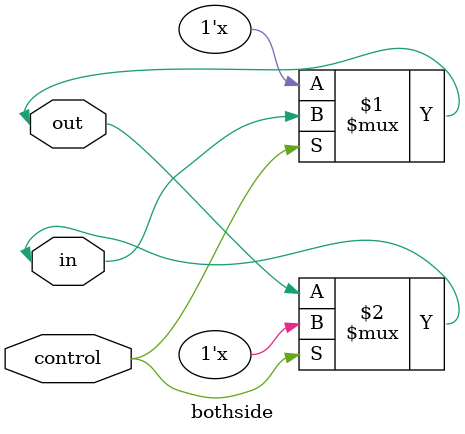
<source format=v>
module bothside (
 in ,out,control);
    inout in;
    inout out;
    input control;

    
bufif1 b1 (out,in,control);
bufif0 b2  (in,out,control);

endmodule
</source>
